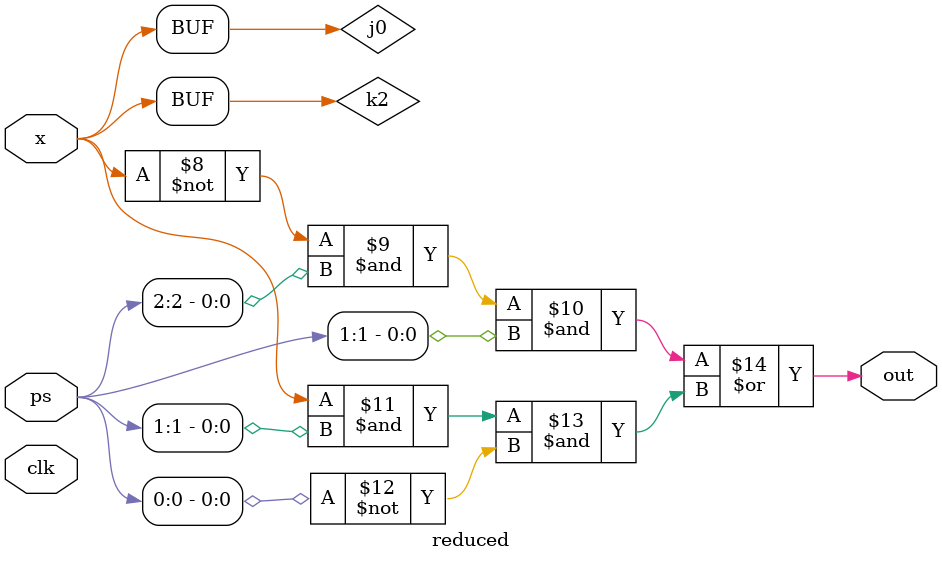
<source format=v>
module jkff(j,k,clk,q);
input j,k;
input clk;
output reg q = 0;
always@(posedge clk)
begin case ({j,k})
        2'b00: q<=q;
        2'b01: q<=0;
        2'b10: q<=1;
        2'b11: q<=~q;
        default: q<=q;
    endcase
end
endmodule
module reduced(x,ps, clk, out);
    input clk;
    input x;
    input [2:0]ps;
    wire [2:0]ns;
    output out;
    wire j2,k2,j1,k1,j0,k0;
    assign j2 = ~x & ps[1] & ps[0];
    assign k2 = x;
    assign j1 = ~x;
    assign k1 = x & ~ps[2];
    assign j0 = x;
    assign k0 = x | ps[1];
    assign out = (~x & ps[2] & ps[1]) | (x & ps[1] & ~ps[0]);
    jkff ff2(j2,k2,clk,ns[2]);
    jkff ff1(j1,k1,clk,ns[1]);
    jkff ff0(j0,k0,clk,ns[0]);
    //ps = ns;
endmodule

</source>
